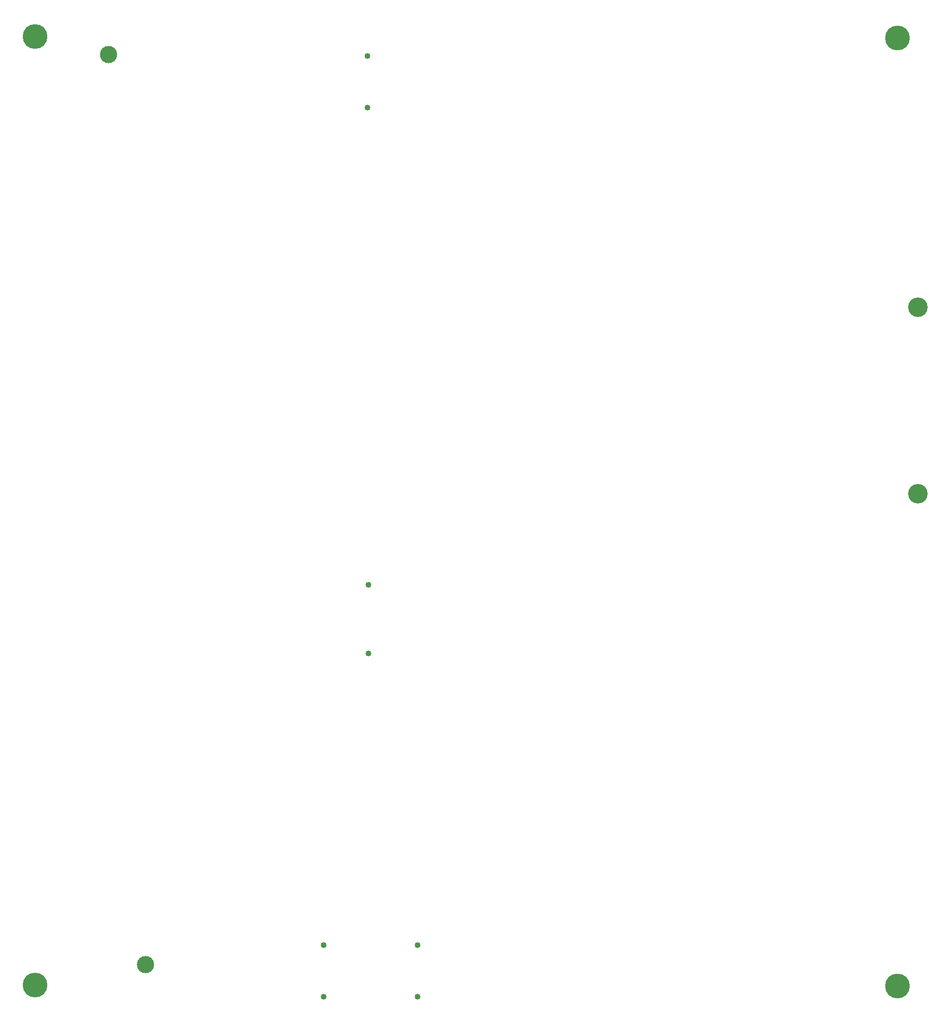
<source format=gbr>
%TF.GenerationSoftware,KiCad,Pcbnew,8.0.5*%
%TF.CreationDate,2025-02-05T16:42:08+01:00*%
%TF.ProjectId,FT25_PDU,46543235-5f50-4445-952e-6b696361645f,V1.2*%
%TF.SameCoordinates,Original*%
%TF.FileFunction,NonPlated,1,4,NPTH,Drill*%
%TF.FilePolarity,Positive*%
%FSLAX46Y46*%
G04 Gerber Fmt 4.6, Leading zero omitted, Abs format (unit mm)*
G04 Created by KiCad (PCBNEW 8.0.5) date 2025-02-05 16:42:08*
%MOMM*%
%LPD*%
G01*
G04 APERTURE LIST*
%TA.AperFunction,ComponentDrill*%
%ADD10C,1.020000*%
%TD*%
%TA.AperFunction,ComponentDrill*%
%ADD11C,3.000000*%
%TD*%
%TA.AperFunction,ComponentDrill*%
%ADD12C,3.400000*%
%TD*%
%TA.AperFunction,ComponentDrill*%
%ADD13C,4.300000*%
%TD*%
G04 APERTURE END LIST*
D10*
%TO.C,J1*%
X169810000Y-219364200D03*
X169810000Y-228364200D03*
%TO.C,J5*%
X177445000Y-64795000D03*
X177445000Y-73795000D03*
%TO.C,J7*%
X177595000Y-156725000D03*
X177595000Y-168725000D03*
%TO.C,J3*%
X186174201Y-219361500D03*
X186174201Y-228361500D03*
D11*
%TO.C,J9*%
X132379500Y-64505800D03*
%TO.C,J11*%
X138824000Y-222794200D03*
D12*
%TO.C,J10*%
X273150000Y-108450000D03*
X273150000Y-140950000D03*
D13*
%TO.C,H1*%
X119575000Y-61395000D03*
%TO.C,H4*%
X119575000Y-226345000D03*
%TO.C,H3*%
X269575000Y-61695000D03*
%TO.C,H2*%
X269575000Y-226545000D03*
M02*

</source>
